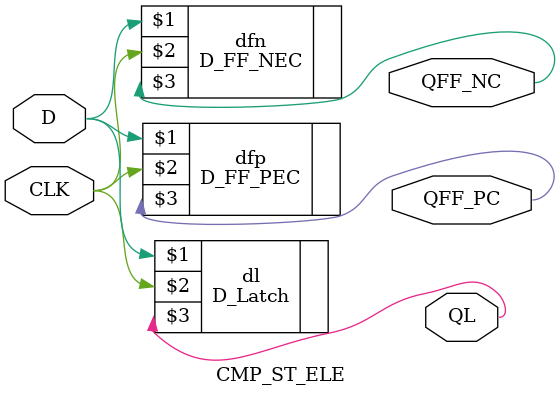
<source format=v>
`timescale 1ns / 1ps

// Author      : Venu Pabbuleti 
// ID          : N180116
//Branch       : ECE
//Project Name : RTL design using Verilog
//Design  Name : Comparing Storage Elements (D Latch ,Positive Edge D Flip Flop and Negative Edge Flip Flop)
//Module  Name : CMP_ST_ELE
//RGUKT NUZVID 
//////////////////////////////////////////////////////////////////////////////////


module CMP_ST_ELE(D,CLK,QL,QFF_PC,QFF_NC);
input D,CLK;
output QL,QFF_PC,QFF_NC;

D_Latch  dl (D,CLK,QL);
D_FF_PEC dfp(D,CLK,QFF_PC);
D_FF_NEC dfn(D,CLK,QFF_NC);
endmodule
</source>
